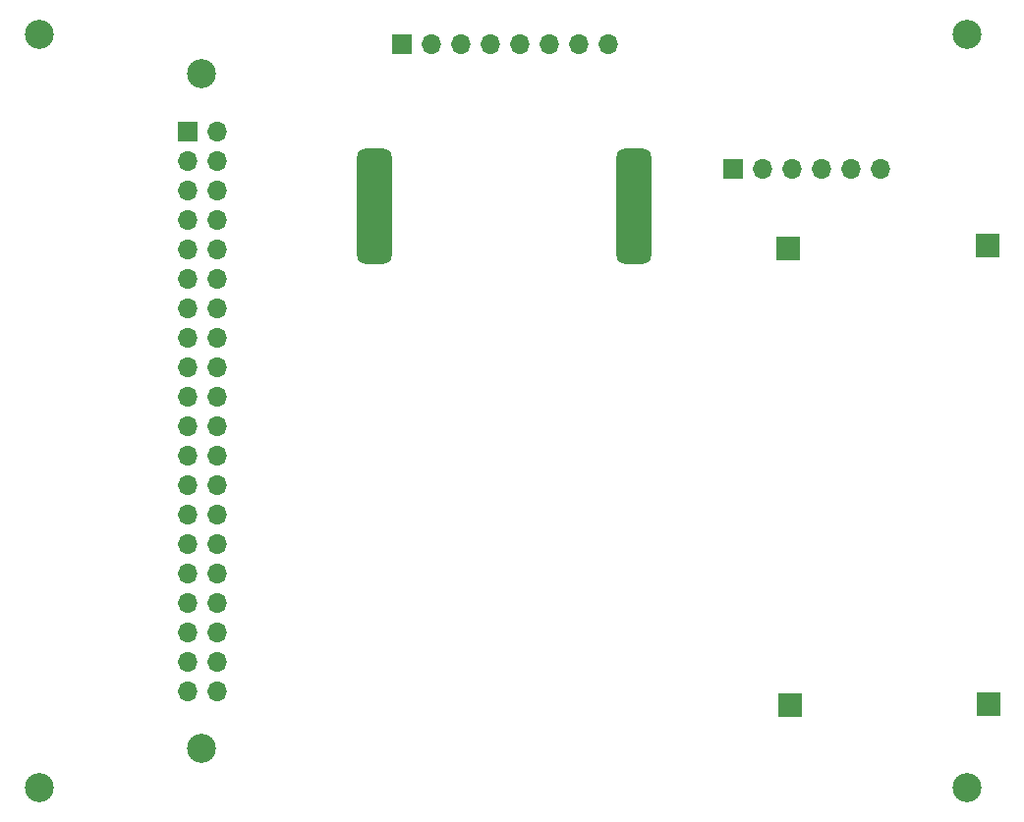
<source format=gbr>
%TF.GenerationSoftware,KiCad,Pcbnew,(6.0.4)*%
%TF.CreationDate,2022-09-23T14:26:36-04:00*%
%TF.ProjectId,CubeSat,43756265-5361-4742-9e6b-696361645f70,rev?*%
%TF.SameCoordinates,Original*%
%TF.FileFunction,Soldermask,Top*%
%TF.FilePolarity,Negative*%
%FSLAX46Y46*%
G04 Gerber Fmt 4.6, Leading zero omitted, Abs format (unit mm)*
G04 Created by KiCad (PCBNEW (6.0.4)) date 2022-09-23 14:26:36*
%MOMM*%
%LPD*%
G01*
G04 APERTURE LIST*
G04 Aperture macros list*
%AMRoundRect*
0 Rectangle with rounded corners*
0 $1 Rounding radius*
0 $2 $3 $4 $5 $6 $7 $8 $9 X,Y pos of 4 corners*
0 Add a 4 corners polygon primitive as box body*
4,1,4,$2,$3,$4,$5,$6,$7,$8,$9,$2,$3,0*
0 Add four circle primitives for the rounded corners*
1,1,$1+$1,$2,$3*
1,1,$1+$1,$4,$5*
1,1,$1+$1,$6,$7*
1,1,$1+$1,$8,$9*
0 Add four rect primitives between the rounded corners*
20,1,$1+$1,$2,$3,$4,$5,0*
20,1,$1+$1,$4,$5,$6,$7,0*
20,1,$1+$1,$6,$7,$8,$9,0*
20,1,$1+$1,$8,$9,$2,$3,0*%
G04 Aperture macros list end*
%ADD10R,1.700000X1.700000*%
%ADD11O,1.700000X1.700000*%
%ADD12RoundRect,0.750000X-0.750000X-4.250000X0.750000X-4.250000X0.750000X4.250000X-0.750000X4.250000X0*%
%ADD13R,2.000000X2.000000*%
%ADD14C,2.500000*%
G04 APERTURE END LIST*
D10*
%TO.C,J4*%
X111800000Y-57390000D03*
D11*
X114340000Y-57390000D03*
X111800000Y-59930000D03*
X114340000Y-59930000D03*
X111800000Y-62470000D03*
X114340000Y-62470000D03*
X111800000Y-65010000D03*
X114340000Y-65010000D03*
X111800000Y-67550000D03*
X114340000Y-67550000D03*
X111800000Y-70090000D03*
X114340000Y-70090000D03*
X111800000Y-72630000D03*
X114340000Y-72630000D03*
X111800000Y-75170000D03*
X114340000Y-75170000D03*
X111800000Y-77710000D03*
X114340000Y-77710000D03*
X111800000Y-80250000D03*
X114340000Y-80250000D03*
X111800000Y-82790000D03*
X114340000Y-82790000D03*
X111800000Y-85330000D03*
X114340000Y-85330000D03*
X111800000Y-87870000D03*
X114340000Y-87870000D03*
X111800000Y-90410000D03*
X114340000Y-90410000D03*
X111800000Y-92950000D03*
X114340000Y-92950000D03*
X111800000Y-95490000D03*
X114340000Y-95490000D03*
X111800000Y-98030000D03*
X114340000Y-98030000D03*
X111800000Y-100570000D03*
X114340000Y-100570000D03*
X111800000Y-103110000D03*
X114340000Y-103110000D03*
X111800000Y-105650000D03*
X114340000Y-105650000D03*
%TD*%
D12*
%TO.C,J1*%
X150276000Y-63819000D03*
X127924000Y-63819000D03*
%TD*%
D10*
%TO.C,J2*%
X158800000Y-60600000D03*
D11*
X161340000Y-60600000D03*
X163880000Y-60600000D03*
X166420000Y-60600000D03*
X168960000Y-60600000D03*
X171500000Y-60600000D03*
%TD*%
D13*
%TO.C,U1*%
X163700000Y-106900000D03*
X180800000Y-106750000D03*
X163552000Y-67464000D03*
X180700000Y-67200000D03*
%TD*%
D14*
%TO.C,H2*%
X179000000Y-49000000D03*
%TD*%
%TO.C,H3*%
X99000000Y-114000000D03*
%TD*%
%TO.C,H5*%
X113000000Y-110600000D03*
%TD*%
D10*
%TO.C,J3*%
X130300000Y-49900000D03*
D11*
X132840000Y-49900000D03*
X135380000Y-49900000D03*
X137920000Y-49900000D03*
X140460000Y-49900000D03*
X143000000Y-49900000D03*
X145540000Y-49900000D03*
X148080000Y-49900000D03*
%TD*%
D14*
%TO.C,H1*%
X179000000Y-114000000D03*
%TD*%
%TO.C,H4*%
X99000000Y-49000000D03*
%TD*%
%TO.C,H6*%
X113000000Y-52400000D03*
%TD*%
M02*

</source>
